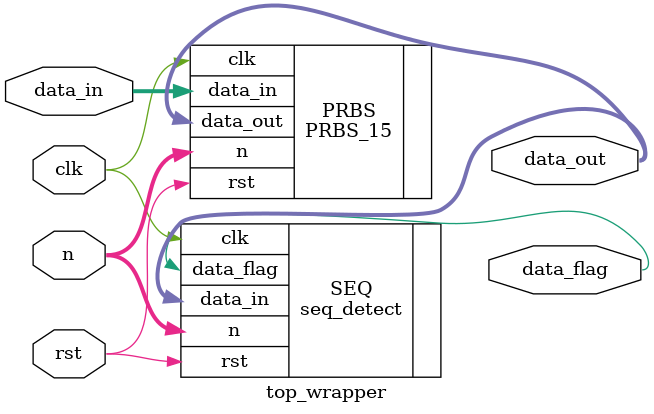
<source format=v>
module top_wrapper ( input clk,rst,
                     input [7:0] data_in,
                     input [1:0] n,
                     output [7:0] data_out,
                     output data_flag);
                     
PRBS_15 PRBS(  .clk(clk),.rst(rst),
               .n(n),.data_in(data_in),
               .data_out(data_out));

seq_detect SEQ( .clk(clk),.rst(rst),
                .n(n),.data_in(data_out),
                .data_flag(data_flag));     

endmodule

</source>
